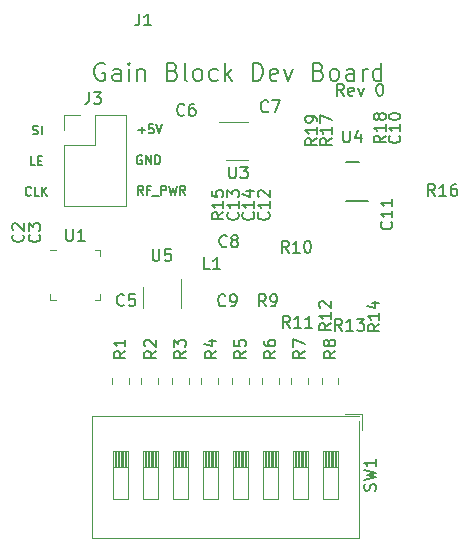
<source format=gto>
G04 #@! TF.GenerationSoftware,KiCad,Pcbnew,(5.0.2)-1*
G04 #@! TF.CreationDate,2019-01-06T11:55:21+11:00*
G04 #@! TF.ProjectId,Gain_Block_Dev_Rev_0,4761696e-5f42-46c6-9f63-6b5f4465765f,rev?*
G04 #@! TF.SameCoordinates,Original*
G04 #@! TF.FileFunction,Legend,Top*
G04 #@! TF.FilePolarity,Positive*
%FSLAX46Y46*%
G04 Gerber Fmt 4.6, Leading zero omitted, Abs format (unit mm)*
G04 Created by KiCad (PCBNEW (5.0.2)-1) date 6/01/2019 11:55:21*
%MOMM*%
%LPD*%
G01*
G04 APERTURE LIST*
%ADD10C,0.150000*%
%ADD11C,0.120000*%
%ADD12C,0.200000*%
G04 APERTURE END LIST*
D10*
X113153571Y-87567857D02*
X113117857Y-87603571D01*
X113010714Y-87639285D01*
X112939285Y-87639285D01*
X112832142Y-87603571D01*
X112760714Y-87532142D01*
X112725000Y-87460714D01*
X112689285Y-87317857D01*
X112689285Y-87210714D01*
X112725000Y-87067857D01*
X112760714Y-86996428D01*
X112832142Y-86925000D01*
X112939285Y-86889285D01*
X113010714Y-86889285D01*
X113117857Y-86925000D01*
X113153571Y-86960714D01*
X113832142Y-87639285D02*
X113475000Y-87639285D01*
X113475000Y-86889285D01*
X114082142Y-87639285D02*
X114082142Y-86889285D01*
X114510714Y-87639285D02*
X114189285Y-87210714D01*
X114510714Y-86889285D02*
X114082142Y-87317857D01*
X113492857Y-85039285D02*
X113135714Y-85039285D01*
X113135714Y-84289285D01*
X113742857Y-84646428D02*
X113992857Y-84646428D01*
X114100000Y-85039285D02*
X113742857Y-85039285D01*
X113742857Y-84289285D01*
X114100000Y-84289285D01*
X113307142Y-82403571D02*
X113414285Y-82439285D01*
X113592857Y-82439285D01*
X113664285Y-82403571D01*
X113700000Y-82367857D01*
X113735714Y-82296428D01*
X113735714Y-82225000D01*
X113700000Y-82153571D01*
X113664285Y-82117857D01*
X113592857Y-82082142D01*
X113450000Y-82046428D01*
X113378571Y-82010714D01*
X113342857Y-81975000D01*
X113307142Y-81903571D01*
X113307142Y-81832142D01*
X113342857Y-81760714D01*
X113378571Y-81725000D01*
X113450000Y-81689285D01*
X113628571Y-81689285D01*
X113735714Y-81725000D01*
X114057142Y-82439285D02*
X114057142Y-81689285D01*
X122646428Y-87539285D02*
X122396428Y-87182142D01*
X122217857Y-87539285D02*
X122217857Y-86789285D01*
X122503571Y-86789285D01*
X122575000Y-86825000D01*
X122610714Y-86860714D01*
X122646428Y-86932142D01*
X122646428Y-87039285D01*
X122610714Y-87110714D01*
X122575000Y-87146428D01*
X122503571Y-87182142D01*
X122217857Y-87182142D01*
X123217857Y-87146428D02*
X122967857Y-87146428D01*
X122967857Y-87539285D02*
X122967857Y-86789285D01*
X123325000Y-86789285D01*
X123432142Y-87610714D02*
X124003571Y-87610714D01*
X124182142Y-87539285D02*
X124182142Y-86789285D01*
X124467857Y-86789285D01*
X124539285Y-86825000D01*
X124575000Y-86860714D01*
X124610714Y-86932142D01*
X124610714Y-87039285D01*
X124575000Y-87110714D01*
X124539285Y-87146428D01*
X124467857Y-87182142D01*
X124182142Y-87182142D01*
X124860714Y-86789285D02*
X125039285Y-87539285D01*
X125182142Y-87003571D01*
X125325000Y-87539285D01*
X125503571Y-86789285D01*
X126217857Y-87539285D02*
X125967857Y-87182142D01*
X125789285Y-87539285D02*
X125789285Y-86789285D01*
X126075000Y-86789285D01*
X126146428Y-86825000D01*
X126182142Y-86860714D01*
X126217857Y-86932142D01*
X126217857Y-87039285D01*
X126182142Y-87110714D01*
X126146428Y-87146428D01*
X126075000Y-87182142D01*
X125789285Y-87182142D01*
X122528571Y-84225000D02*
X122457142Y-84189285D01*
X122350000Y-84189285D01*
X122242857Y-84225000D01*
X122171428Y-84296428D01*
X122135714Y-84367857D01*
X122100000Y-84510714D01*
X122100000Y-84617857D01*
X122135714Y-84760714D01*
X122171428Y-84832142D01*
X122242857Y-84903571D01*
X122350000Y-84939285D01*
X122421428Y-84939285D01*
X122528571Y-84903571D01*
X122564285Y-84867857D01*
X122564285Y-84617857D01*
X122421428Y-84617857D01*
X122885714Y-84939285D02*
X122885714Y-84189285D01*
X123314285Y-84939285D01*
X123314285Y-84189285D01*
X123671428Y-84939285D02*
X123671428Y-84189285D01*
X123850000Y-84189285D01*
X123957142Y-84225000D01*
X124028571Y-84296428D01*
X124064285Y-84367857D01*
X124100000Y-84510714D01*
X124100000Y-84617857D01*
X124064285Y-84760714D01*
X124028571Y-84832142D01*
X123957142Y-84903571D01*
X123850000Y-84939285D01*
X123671428Y-84939285D01*
X122235714Y-82053571D02*
X122807142Y-82053571D01*
X122521428Y-82339285D02*
X122521428Y-81767857D01*
X123521428Y-81589285D02*
X123164285Y-81589285D01*
X123128571Y-81946428D01*
X123164285Y-81910714D01*
X123235714Y-81875000D01*
X123414285Y-81875000D01*
X123485714Y-81910714D01*
X123521428Y-81946428D01*
X123557142Y-82017857D01*
X123557142Y-82196428D01*
X123521428Y-82267857D01*
X123485714Y-82303571D01*
X123414285Y-82339285D01*
X123235714Y-82339285D01*
X123164285Y-82303571D01*
X123128571Y-82267857D01*
X123771428Y-81589285D02*
X124021428Y-82339285D01*
X124271428Y-81589285D01*
D11*
G04 #@! TO.C,U1*
X118535000Y-92240000D02*
X119010000Y-92240000D01*
X119010000Y-92240000D02*
X119010000Y-92715000D01*
X115265000Y-96460000D02*
X114790000Y-96460000D01*
X114790000Y-96460000D02*
X114790000Y-95985000D01*
X118535000Y-96460000D02*
X119010000Y-96460000D01*
X119010000Y-96460000D02*
X119010000Y-95985000D01*
X115265000Y-92240000D02*
X114790000Y-92240000D01*
G04 #@! TO.C,R1*
X119990000Y-103558578D02*
X119990000Y-103041422D01*
X121410000Y-103558578D02*
X121410000Y-103041422D01*
G04 #@! TO.C,R2*
X123910000Y-103558578D02*
X123910000Y-103041422D01*
X122490000Y-103558578D02*
X122490000Y-103041422D01*
G04 #@! TO.C,R3*
X125090000Y-103558578D02*
X125090000Y-103041422D01*
X126510000Y-103558578D02*
X126510000Y-103041422D01*
G04 #@! TO.C,R4*
X129010000Y-103558578D02*
X129010000Y-103041422D01*
X127590000Y-103558578D02*
X127590000Y-103041422D01*
G04 #@! TO.C,R5*
X130190000Y-103558578D02*
X130190000Y-103041422D01*
X131610000Y-103558578D02*
X131610000Y-103041422D01*
G04 #@! TO.C,R6*
X134110000Y-103558578D02*
X134110000Y-103041422D01*
X132690000Y-103558578D02*
X132690000Y-103041422D01*
G04 #@! TO.C,R7*
X135190000Y-103558578D02*
X135190000Y-103041422D01*
X136610000Y-103558578D02*
X136610000Y-103041422D01*
G04 #@! TO.C,R8*
X139185000Y-103558578D02*
X139185000Y-103041422D01*
X137765000Y-103558578D02*
X137765000Y-103041422D01*
G04 #@! TO.C,SW1*
X140900000Y-106715000D02*
X140900000Y-116615000D01*
X118279000Y-106315000D02*
X118280000Y-116605000D01*
X140900000Y-106315000D02*
X118279000Y-106315000D01*
X140900000Y-116615000D02*
X118279000Y-116615000D01*
X141140000Y-106075000D02*
X141140000Y-107459000D01*
X141140000Y-106075000D02*
X139757000Y-106075000D01*
X139115000Y-109235000D02*
X137845000Y-109235000D01*
X137845000Y-109235000D02*
X137845000Y-113295000D01*
X137845000Y-113295000D02*
X139115000Y-113295000D01*
X139115000Y-113295000D02*
X139115000Y-109235000D01*
X138995000Y-109235000D02*
X138995000Y-110588333D01*
X138875000Y-109235000D02*
X138875000Y-110588333D01*
X138755000Y-109235000D02*
X138755000Y-110588333D01*
X138635000Y-109235000D02*
X138635000Y-110588333D01*
X138515000Y-109235000D02*
X138515000Y-110588333D01*
X138395000Y-109235000D02*
X138395000Y-110588333D01*
X138275000Y-109235000D02*
X138275000Y-110588333D01*
X138155000Y-109235000D02*
X138155000Y-110588333D01*
X138035000Y-109235000D02*
X138035000Y-110588333D01*
X137915000Y-109235000D02*
X137915000Y-110588333D01*
X139115000Y-110588333D02*
X137845000Y-110588333D01*
X136575000Y-109235000D02*
X135305000Y-109235000D01*
X135305000Y-109235000D02*
X135305000Y-113295000D01*
X135305000Y-113295000D02*
X136575000Y-113295000D01*
X136575000Y-113295000D02*
X136575000Y-109235000D01*
X136455000Y-109235000D02*
X136455000Y-110588333D01*
X136335000Y-109235000D02*
X136335000Y-110588333D01*
X136215000Y-109235000D02*
X136215000Y-110588333D01*
X136095000Y-109235000D02*
X136095000Y-110588333D01*
X135975000Y-109235000D02*
X135975000Y-110588333D01*
X135855000Y-109235000D02*
X135855000Y-110588333D01*
X135735000Y-109235000D02*
X135735000Y-110588333D01*
X135615000Y-109235000D02*
X135615000Y-110588333D01*
X135495000Y-109235000D02*
X135495000Y-110588333D01*
X135375000Y-109235000D02*
X135375000Y-110588333D01*
X136575000Y-110588333D02*
X135305000Y-110588333D01*
X134035000Y-109235000D02*
X132765000Y-109235000D01*
X132765000Y-109235000D02*
X132765000Y-113295000D01*
X132765000Y-113295000D02*
X134035000Y-113295000D01*
X134035000Y-113295000D02*
X134035000Y-109235000D01*
X133915000Y-109235000D02*
X133915000Y-110588333D01*
X133795000Y-109235000D02*
X133795000Y-110588333D01*
X133675000Y-109235000D02*
X133675000Y-110588333D01*
X133555000Y-109235000D02*
X133555000Y-110588333D01*
X133435000Y-109235000D02*
X133435000Y-110588333D01*
X133315000Y-109235000D02*
X133315000Y-110588333D01*
X133195000Y-109235000D02*
X133195000Y-110588333D01*
X133075000Y-109235000D02*
X133075000Y-110588333D01*
X132955000Y-109235000D02*
X132955000Y-110588333D01*
X132835000Y-109235000D02*
X132835000Y-110588333D01*
X134035000Y-110588333D02*
X132765000Y-110588333D01*
X131495000Y-109235000D02*
X130225000Y-109235000D01*
X130225000Y-109235000D02*
X130225000Y-113295000D01*
X130225000Y-113295000D02*
X131495000Y-113295000D01*
X131495000Y-113295000D02*
X131495000Y-109235000D01*
X131375000Y-109235000D02*
X131375000Y-110588333D01*
X131255000Y-109235000D02*
X131255000Y-110588333D01*
X131135000Y-109235000D02*
X131135000Y-110588333D01*
X131015000Y-109235000D02*
X131015000Y-110588333D01*
X130895000Y-109235000D02*
X130895000Y-110588333D01*
X130775000Y-109235000D02*
X130775000Y-110588333D01*
X130655000Y-109235000D02*
X130655000Y-110588333D01*
X130535000Y-109235000D02*
X130535000Y-110588333D01*
X130415000Y-109235000D02*
X130415000Y-110588333D01*
X130295000Y-109235000D02*
X130295000Y-110588333D01*
X131495000Y-110588333D02*
X130225000Y-110588333D01*
X128955000Y-109235000D02*
X127685000Y-109235000D01*
X127685000Y-109235000D02*
X127685000Y-113295000D01*
X127685000Y-113295000D02*
X128955000Y-113295000D01*
X128955000Y-113295000D02*
X128955000Y-109235000D01*
X128835000Y-109235000D02*
X128835000Y-110588333D01*
X128715000Y-109235000D02*
X128715000Y-110588333D01*
X128595000Y-109235000D02*
X128595000Y-110588333D01*
X128475000Y-109235000D02*
X128475000Y-110588333D01*
X128355000Y-109235000D02*
X128355000Y-110588333D01*
X128235000Y-109235000D02*
X128235000Y-110588333D01*
X128115000Y-109235000D02*
X128115000Y-110588333D01*
X127995000Y-109235000D02*
X127995000Y-110588333D01*
X127875000Y-109235000D02*
X127875000Y-110588333D01*
X127755000Y-109235000D02*
X127755000Y-110588333D01*
X128955000Y-110588333D02*
X127685000Y-110588333D01*
X126415000Y-109235000D02*
X125145000Y-109235000D01*
X125145000Y-109235000D02*
X125145000Y-113295000D01*
X125145000Y-113295000D02*
X126415000Y-113295000D01*
X126415000Y-113295000D02*
X126415000Y-109235000D01*
X126295000Y-109235000D02*
X126295000Y-110588333D01*
X126175000Y-109235000D02*
X126175000Y-110588333D01*
X126055000Y-109235000D02*
X126055000Y-110588333D01*
X125935000Y-109235000D02*
X125935000Y-110588333D01*
X125815000Y-109235000D02*
X125815000Y-110588333D01*
X125695000Y-109235000D02*
X125695000Y-110588333D01*
X125575000Y-109235000D02*
X125575000Y-110588333D01*
X125455000Y-109235000D02*
X125455000Y-110588333D01*
X125335000Y-109235000D02*
X125335000Y-110588333D01*
X125215000Y-109235000D02*
X125215000Y-110588333D01*
X126415000Y-110588333D02*
X125145000Y-110588333D01*
X123875000Y-109235000D02*
X122605000Y-109235000D01*
X122605000Y-109235000D02*
X122605000Y-113295000D01*
X122605000Y-113295000D02*
X123875000Y-113295000D01*
X123875000Y-113295000D02*
X123875000Y-109235000D01*
X123755000Y-109235000D02*
X123755000Y-110588333D01*
X123635000Y-109235000D02*
X123635000Y-110588333D01*
X123515000Y-109235000D02*
X123515000Y-110588333D01*
X123395000Y-109235000D02*
X123395000Y-110588333D01*
X123275000Y-109235000D02*
X123275000Y-110588333D01*
X123155000Y-109235000D02*
X123155000Y-110588333D01*
X123035000Y-109235000D02*
X123035000Y-110588333D01*
X122915000Y-109235000D02*
X122915000Y-110588333D01*
X122795000Y-109235000D02*
X122795000Y-110588333D01*
X122675000Y-109235000D02*
X122675000Y-110588333D01*
X123875000Y-110588333D02*
X122605000Y-110588333D01*
X121335000Y-109235000D02*
X120065000Y-109235000D01*
X120065000Y-109235000D02*
X120065000Y-113295000D01*
X120065000Y-113295000D02*
X121335000Y-113295000D01*
X121335000Y-113295000D02*
X121335000Y-109235000D01*
X121215000Y-109235000D02*
X121215000Y-110588333D01*
X121095000Y-109235000D02*
X121095000Y-110588333D01*
X120975000Y-109235000D02*
X120975000Y-110588333D01*
X120855000Y-109235000D02*
X120855000Y-110588333D01*
X120735000Y-109235000D02*
X120735000Y-110588333D01*
X120615000Y-109235000D02*
X120615000Y-110588333D01*
X120495000Y-109235000D02*
X120495000Y-110588333D01*
X120375000Y-109235000D02*
X120375000Y-110588333D01*
X120255000Y-109235000D02*
X120255000Y-110588333D01*
X120135000Y-109235000D02*
X120135000Y-110588333D01*
X121335000Y-110588333D02*
X120065000Y-110588333D01*
G04 #@! TO.C,U3*
X129700000Y-84610000D02*
X131500000Y-84610000D01*
X131500000Y-81390000D02*
X129050000Y-81390000D01*
D10*
G04 #@! TO.C,U4*
X140950000Y-84800000D02*
X139800000Y-84800000D01*
X141725000Y-88050000D02*
X139800000Y-88050000D01*
D11*
G04 #@! TO.C,J3*
X115970000Y-88510000D02*
X121170000Y-88510000D01*
X115970000Y-83370000D02*
X115970000Y-88510000D01*
X121170000Y-80770000D02*
X121170000Y-88510000D01*
X115970000Y-83370000D02*
X118570000Y-83370000D01*
X118570000Y-83370000D02*
X118570000Y-80770000D01*
X118570000Y-80770000D02*
X121170000Y-80770000D01*
X115970000Y-82100000D02*
X115970000Y-80770000D01*
X115970000Y-80770000D02*
X117300000Y-80770000D01*
G04 #@! TO.C,U5*
X122615000Y-95325000D02*
X122615000Y-97125000D01*
X125835000Y-97125000D02*
X125835000Y-94675000D01*
G04 #@! TO.C,U1*
D10*
X116138095Y-90452380D02*
X116138095Y-91261904D01*
X116185714Y-91357142D01*
X116233333Y-91404761D01*
X116328571Y-91452380D01*
X116519047Y-91452380D01*
X116614285Y-91404761D01*
X116661904Y-91357142D01*
X116709523Y-91261904D01*
X116709523Y-90452380D01*
X117709523Y-91452380D02*
X117138095Y-91452380D01*
X117423809Y-91452380D02*
X117423809Y-90452380D01*
X117328571Y-90595238D01*
X117233333Y-90690476D01*
X117138095Y-90738095D01*
G04 #@! TO.C,C2*
X112457142Y-90916666D02*
X112504761Y-90964285D01*
X112552380Y-91107142D01*
X112552380Y-91202380D01*
X112504761Y-91345238D01*
X112409523Y-91440476D01*
X112314285Y-91488095D01*
X112123809Y-91535714D01*
X111980952Y-91535714D01*
X111790476Y-91488095D01*
X111695238Y-91440476D01*
X111600000Y-91345238D01*
X111552380Y-91202380D01*
X111552380Y-91107142D01*
X111600000Y-90964285D01*
X111647619Y-90916666D01*
X111647619Y-90535714D02*
X111600000Y-90488095D01*
X111552380Y-90392857D01*
X111552380Y-90154761D01*
X111600000Y-90059523D01*
X111647619Y-90011904D01*
X111742857Y-89964285D01*
X111838095Y-89964285D01*
X111980952Y-90011904D01*
X112552380Y-90583333D01*
X112552380Y-89964285D01*
G04 #@! TO.C,C3*
X113857142Y-90916666D02*
X113904761Y-90964285D01*
X113952380Y-91107142D01*
X113952380Y-91202380D01*
X113904761Y-91345238D01*
X113809523Y-91440476D01*
X113714285Y-91488095D01*
X113523809Y-91535714D01*
X113380952Y-91535714D01*
X113190476Y-91488095D01*
X113095238Y-91440476D01*
X113000000Y-91345238D01*
X112952380Y-91202380D01*
X112952380Y-91107142D01*
X113000000Y-90964285D01*
X113047619Y-90916666D01*
X112952380Y-90583333D02*
X112952380Y-89964285D01*
X113333333Y-90297619D01*
X113333333Y-90154761D01*
X113380952Y-90059523D01*
X113428571Y-90011904D01*
X113523809Y-89964285D01*
X113761904Y-89964285D01*
X113857142Y-90011904D01*
X113904761Y-90059523D01*
X113952380Y-90154761D01*
X113952380Y-90440476D01*
X113904761Y-90535714D01*
X113857142Y-90583333D01*
G04 #@! TO.C,C5*
X121033333Y-96857142D02*
X120985714Y-96904761D01*
X120842857Y-96952380D01*
X120747619Y-96952380D01*
X120604761Y-96904761D01*
X120509523Y-96809523D01*
X120461904Y-96714285D01*
X120414285Y-96523809D01*
X120414285Y-96380952D01*
X120461904Y-96190476D01*
X120509523Y-96095238D01*
X120604761Y-96000000D01*
X120747619Y-95952380D01*
X120842857Y-95952380D01*
X120985714Y-96000000D01*
X121033333Y-96047619D01*
X121938095Y-95952380D02*
X121461904Y-95952380D01*
X121414285Y-96428571D01*
X121461904Y-96380952D01*
X121557142Y-96333333D01*
X121795238Y-96333333D01*
X121890476Y-96380952D01*
X121938095Y-96428571D01*
X121985714Y-96523809D01*
X121985714Y-96761904D01*
X121938095Y-96857142D01*
X121890476Y-96904761D01*
X121795238Y-96952380D01*
X121557142Y-96952380D01*
X121461904Y-96904761D01*
X121414285Y-96857142D01*
G04 #@! TO.C,C6*
X126133333Y-80757142D02*
X126085714Y-80804761D01*
X125942857Y-80852380D01*
X125847619Y-80852380D01*
X125704761Y-80804761D01*
X125609523Y-80709523D01*
X125561904Y-80614285D01*
X125514285Y-80423809D01*
X125514285Y-80280952D01*
X125561904Y-80090476D01*
X125609523Y-79995238D01*
X125704761Y-79900000D01*
X125847619Y-79852380D01*
X125942857Y-79852380D01*
X126085714Y-79900000D01*
X126133333Y-79947619D01*
X126990476Y-79852380D02*
X126800000Y-79852380D01*
X126704761Y-79900000D01*
X126657142Y-79947619D01*
X126561904Y-80090476D01*
X126514285Y-80280952D01*
X126514285Y-80661904D01*
X126561904Y-80757142D01*
X126609523Y-80804761D01*
X126704761Y-80852380D01*
X126895238Y-80852380D01*
X126990476Y-80804761D01*
X127038095Y-80757142D01*
X127085714Y-80661904D01*
X127085714Y-80423809D01*
X127038095Y-80328571D01*
X126990476Y-80280952D01*
X126895238Y-80233333D01*
X126704761Y-80233333D01*
X126609523Y-80280952D01*
X126561904Y-80328571D01*
X126514285Y-80423809D01*
G04 #@! TO.C,C7*
X133233333Y-80457142D02*
X133185714Y-80504761D01*
X133042857Y-80552380D01*
X132947619Y-80552380D01*
X132804761Y-80504761D01*
X132709523Y-80409523D01*
X132661904Y-80314285D01*
X132614285Y-80123809D01*
X132614285Y-79980952D01*
X132661904Y-79790476D01*
X132709523Y-79695238D01*
X132804761Y-79600000D01*
X132947619Y-79552380D01*
X133042857Y-79552380D01*
X133185714Y-79600000D01*
X133233333Y-79647619D01*
X133566666Y-79552380D02*
X134233333Y-79552380D01*
X133804761Y-80552380D01*
G04 #@! TO.C,C8*
X129733333Y-91882142D02*
X129685714Y-91929761D01*
X129542857Y-91977380D01*
X129447619Y-91977380D01*
X129304761Y-91929761D01*
X129209523Y-91834523D01*
X129161904Y-91739285D01*
X129114285Y-91548809D01*
X129114285Y-91405952D01*
X129161904Y-91215476D01*
X129209523Y-91120238D01*
X129304761Y-91025000D01*
X129447619Y-90977380D01*
X129542857Y-90977380D01*
X129685714Y-91025000D01*
X129733333Y-91072619D01*
X130304761Y-91405952D02*
X130209523Y-91358333D01*
X130161904Y-91310714D01*
X130114285Y-91215476D01*
X130114285Y-91167857D01*
X130161904Y-91072619D01*
X130209523Y-91025000D01*
X130304761Y-90977380D01*
X130495238Y-90977380D01*
X130590476Y-91025000D01*
X130638095Y-91072619D01*
X130685714Y-91167857D01*
X130685714Y-91215476D01*
X130638095Y-91310714D01*
X130590476Y-91358333D01*
X130495238Y-91405952D01*
X130304761Y-91405952D01*
X130209523Y-91453571D01*
X130161904Y-91501190D01*
X130114285Y-91596428D01*
X130114285Y-91786904D01*
X130161904Y-91882142D01*
X130209523Y-91929761D01*
X130304761Y-91977380D01*
X130495238Y-91977380D01*
X130590476Y-91929761D01*
X130638095Y-91882142D01*
X130685714Y-91786904D01*
X130685714Y-91596428D01*
X130638095Y-91501190D01*
X130590476Y-91453571D01*
X130495238Y-91405952D01*
G04 #@! TO.C,C9*
X129608333Y-96882142D02*
X129560714Y-96929761D01*
X129417857Y-96977380D01*
X129322619Y-96977380D01*
X129179761Y-96929761D01*
X129084523Y-96834523D01*
X129036904Y-96739285D01*
X128989285Y-96548809D01*
X128989285Y-96405952D01*
X129036904Y-96215476D01*
X129084523Y-96120238D01*
X129179761Y-96025000D01*
X129322619Y-95977380D01*
X129417857Y-95977380D01*
X129560714Y-96025000D01*
X129608333Y-96072619D01*
X130084523Y-96977380D02*
X130275000Y-96977380D01*
X130370238Y-96929761D01*
X130417857Y-96882142D01*
X130513095Y-96739285D01*
X130560714Y-96548809D01*
X130560714Y-96167857D01*
X130513095Y-96072619D01*
X130465476Y-96025000D01*
X130370238Y-95977380D01*
X130179761Y-95977380D01*
X130084523Y-96025000D01*
X130036904Y-96072619D01*
X129989285Y-96167857D01*
X129989285Y-96405952D01*
X130036904Y-96501190D01*
X130084523Y-96548809D01*
X130179761Y-96596428D01*
X130370238Y-96596428D01*
X130465476Y-96548809D01*
X130513095Y-96501190D01*
X130560714Y-96405952D01*
G04 #@! TO.C,C10*
X144332142Y-82542857D02*
X144379761Y-82590476D01*
X144427380Y-82733333D01*
X144427380Y-82828571D01*
X144379761Y-82971428D01*
X144284523Y-83066666D01*
X144189285Y-83114285D01*
X143998809Y-83161904D01*
X143855952Y-83161904D01*
X143665476Y-83114285D01*
X143570238Y-83066666D01*
X143475000Y-82971428D01*
X143427380Y-82828571D01*
X143427380Y-82733333D01*
X143475000Y-82590476D01*
X143522619Y-82542857D01*
X144427380Y-81590476D02*
X144427380Y-82161904D01*
X144427380Y-81876190D02*
X143427380Y-81876190D01*
X143570238Y-81971428D01*
X143665476Y-82066666D01*
X143713095Y-82161904D01*
X143427380Y-80971428D02*
X143427380Y-80876190D01*
X143475000Y-80780952D01*
X143522619Y-80733333D01*
X143617857Y-80685714D01*
X143808333Y-80638095D01*
X144046428Y-80638095D01*
X144236904Y-80685714D01*
X144332142Y-80733333D01*
X144379761Y-80780952D01*
X144427380Y-80876190D01*
X144427380Y-80971428D01*
X144379761Y-81066666D01*
X144332142Y-81114285D01*
X144236904Y-81161904D01*
X144046428Y-81209523D01*
X143808333Y-81209523D01*
X143617857Y-81161904D01*
X143522619Y-81114285D01*
X143475000Y-81066666D01*
X143427380Y-80971428D01*
G04 #@! TO.C,C11*
X143657142Y-89842857D02*
X143704761Y-89890476D01*
X143752380Y-90033333D01*
X143752380Y-90128571D01*
X143704761Y-90271428D01*
X143609523Y-90366666D01*
X143514285Y-90414285D01*
X143323809Y-90461904D01*
X143180952Y-90461904D01*
X142990476Y-90414285D01*
X142895238Y-90366666D01*
X142800000Y-90271428D01*
X142752380Y-90128571D01*
X142752380Y-90033333D01*
X142800000Y-89890476D01*
X142847619Y-89842857D01*
X143752380Y-88890476D02*
X143752380Y-89461904D01*
X143752380Y-89176190D02*
X142752380Y-89176190D01*
X142895238Y-89271428D01*
X142990476Y-89366666D01*
X143038095Y-89461904D01*
X143752380Y-87938095D02*
X143752380Y-88509523D01*
X143752380Y-88223809D02*
X142752380Y-88223809D01*
X142895238Y-88319047D01*
X142990476Y-88414285D01*
X143038095Y-88509523D01*
G04 #@! TO.C,C12*
X133257142Y-89042857D02*
X133304761Y-89090476D01*
X133352380Y-89233333D01*
X133352380Y-89328571D01*
X133304761Y-89471428D01*
X133209523Y-89566666D01*
X133114285Y-89614285D01*
X132923809Y-89661904D01*
X132780952Y-89661904D01*
X132590476Y-89614285D01*
X132495238Y-89566666D01*
X132400000Y-89471428D01*
X132352380Y-89328571D01*
X132352380Y-89233333D01*
X132400000Y-89090476D01*
X132447619Y-89042857D01*
X133352380Y-88090476D02*
X133352380Y-88661904D01*
X133352380Y-88376190D02*
X132352380Y-88376190D01*
X132495238Y-88471428D01*
X132590476Y-88566666D01*
X132638095Y-88661904D01*
X132447619Y-87709523D02*
X132400000Y-87661904D01*
X132352380Y-87566666D01*
X132352380Y-87328571D01*
X132400000Y-87233333D01*
X132447619Y-87185714D01*
X132542857Y-87138095D01*
X132638095Y-87138095D01*
X132780952Y-87185714D01*
X133352380Y-87757142D01*
X133352380Y-87138095D01*
G04 #@! TO.C,J1*
X122316666Y-72202380D02*
X122316666Y-72916666D01*
X122269047Y-73059523D01*
X122173809Y-73154761D01*
X122030952Y-73202380D01*
X121935714Y-73202380D01*
X123316666Y-73202380D02*
X122745238Y-73202380D01*
X123030952Y-73202380D02*
X123030952Y-72202380D01*
X122935714Y-72345238D01*
X122840476Y-72440476D01*
X122745238Y-72488095D01*
G04 #@! TO.C,L1*
X128308333Y-93827380D02*
X127832142Y-93827380D01*
X127832142Y-92827380D01*
X129165476Y-93827380D02*
X128594047Y-93827380D01*
X128879761Y-93827380D02*
X128879761Y-92827380D01*
X128784523Y-92970238D01*
X128689285Y-93065476D01*
X128594047Y-93113095D01*
G04 #@! TO.C,R1*
X121152380Y-100766666D02*
X120676190Y-101100000D01*
X121152380Y-101338095D02*
X120152380Y-101338095D01*
X120152380Y-100957142D01*
X120200000Y-100861904D01*
X120247619Y-100814285D01*
X120342857Y-100766666D01*
X120485714Y-100766666D01*
X120580952Y-100814285D01*
X120628571Y-100861904D01*
X120676190Y-100957142D01*
X120676190Y-101338095D01*
X121152380Y-99814285D02*
X121152380Y-100385714D01*
X121152380Y-100100000D02*
X120152380Y-100100000D01*
X120295238Y-100195238D01*
X120390476Y-100290476D01*
X120438095Y-100385714D01*
G04 #@! TO.C,R2*
X123752380Y-100766666D02*
X123276190Y-101100000D01*
X123752380Y-101338095D02*
X122752380Y-101338095D01*
X122752380Y-100957142D01*
X122800000Y-100861904D01*
X122847619Y-100814285D01*
X122942857Y-100766666D01*
X123085714Y-100766666D01*
X123180952Y-100814285D01*
X123228571Y-100861904D01*
X123276190Y-100957142D01*
X123276190Y-101338095D01*
X122847619Y-100385714D02*
X122800000Y-100338095D01*
X122752380Y-100242857D01*
X122752380Y-100004761D01*
X122800000Y-99909523D01*
X122847619Y-99861904D01*
X122942857Y-99814285D01*
X123038095Y-99814285D01*
X123180952Y-99861904D01*
X123752380Y-100433333D01*
X123752380Y-99814285D01*
G04 #@! TO.C,R3*
X126252380Y-100766666D02*
X125776190Y-101100000D01*
X126252380Y-101338095D02*
X125252380Y-101338095D01*
X125252380Y-100957142D01*
X125300000Y-100861904D01*
X125347619Y-100814285D01*
X125442857Y-100766666D01*
X125585714Y-100766666D01*
X125680952Y-100814285D01*
X125728571Y-100861904D01*
X125776190Y-100957142D01*
X125776190Y-101338095D01*
X125252380Y-100433333D02*
X125252380Y-99814285D01*
X125633333Y-100147619D01*
X125633333Y-100004761D01*
X125680952Y-99909523D01*
X125728571Y-99861904D01*
X125823809Y-99814285D01*
X126061904Y-99814285D01*
X126157142Y-99861904D01*
X126204761Y-99909523D01*
X126252380Y-100004761D01*
X126252380Y-100290476D01*
X126204761Y-100385714D01*
X126157142Y-100433333D01*
G04 #@! TO.C,R4*
X128852380Y-100766666D02*
X128376190Y-101100000D01*
X128852380Y-101338095D02*
X127852380Y-101338095D01*
X127852380Y-100957142D01*
X127900000Y-100861904D01*
X127947619Y-100814285D01*
X128042857Y-100766666D01*
X128185714Y-100766666D01*
X128280952Y-100814285D01*
X128328571Y-100861904D01*
X128376190Y-100957142D01*
X128376190Y-101338095D01*
X128185714Y-99909523D02*
X128852380Y-99909523D01*
X127804761Y-100147619D02*
X128519047Y-100385714D01*
X128519047Y-99766666D01*
G04 #@! TO.C,R5*
X131352380Y-100766666D02*
X130876190Y-101100000D01*
X131352380Y-101338095D02*
X130352380Y-101338095D01*
X130352380Y-100957142D01*
X130400000Y-100861904D01*
X130447619Y-100814285D01*
X130542857Y-100766666D01*
X130685714Y-100766666D01*
X130780952Y-100814285D01*
X130828571Y-100861904D01*
X130876190Y-100957142D01*
X130876190Y-101338095D01*
X130352380Y-99861904D02*
X130352380Y-100338095D01*
X130828571Y-100385714D01*
X130780952Y-100338095D01*
X130733333Y-100242857D01*
X130733333Y-100004761D01*
X130780952Y-99909523D01*
X130828571Y-99861904D01*
X130923809Y-99814285D01*
X131161904Y-99814285D01*
X131257142Y-99861904D01*
X131304761Y-99909523D01*
X131352380Y-100004761D01*
X131352380Y-100242857D01*
X131304761Y-100338095D01*
X131257142Y-100385714D01*
G04 #@! TO.C,R6*
X133852380Y-100766666D02*
X133376190Y-101100000D01*
X133852380Y-101338095D02*
X132852380Y-101338095D01*
X132852380Y-100957142D01*
X132900000Y-100861904D01*
X132947619Y-100814285D01*
X133042857Y-100766666D01*
X133185714Y-100766666D01*
X133280952Y-100814285D01*
X133328571Y-100861904D01*
X133376190Y-100957142D01*
X133376190Y-101338095D01*
X132852380Y-99909523D02*
X132852380Y-100100000D01*
X132900000Y-100195238D01*
X132947619Y-100242857D01*
X133090476Y-100338095D01*
X133280952Y-100385714D01*
X133661904Y-100385714D01*
X133757142Y-100338095D01*
X133804761Y-100290476D01*
X133852380Y-100195238D01*
X133852380Y-100004761D01*
X133804761Y-99909523D01*
X133757142Y-99861904D01*
X133661904Y-99814285D01*
X133423809Y-99814285D01*
X133328571Y-99861904D01*
X133280952Y-99909523D01*
X133233333Y-100004761D01*
X133233333Y-100195238D01*
X133280952Y-100290476D01*
X133328571Y-100338095D01*
X133423809Y-100385714D01*
G04 #@! TO.C,R7*
X136352380Y-100766666D02*
X135876190Y-101100000D01*
X136352380Y-101338095D02*
X135352380Y-101338095D01*
X135352380Y-100957142D01*
X135400000Y-100861904D01*
X135447619Y-100814285D01*
X135542857Y-100766666D01*
X135685714Y-100766666D01*
X135780952Y-100814285D01*
X135828571Y-100861904D01*
X135876190Y-100957142D01*
X135876190Y-101338095D01*
X135352380Y-100433333D02*
X135352380Y-99766666D01*
X136352380Y-100195238D01*
G04 #@! TO.C,R8*
X138927380Y-100766666D02*
X138451190Y-101100000D01*
X138927380Y-101338095D02*
X137927380Y-101338095D01*
X137927380Y-100957142D01*
X137975000Y-100861904D01*
X138022619Y-100814285D01*
X138117857Y-100766666D01*
X138260714Y-100766666D01*
X138355952Y-100814285D01*
X138403571Y-100861904D01*
X138451190Y-100957142D01*
X138451190Y-101338095D01*
X138355952Y-100195238D02*
X138308333Y-100290476D01*
X138260714Y-100338095D01*
X138165476Y-100385714D01*
X138117857Y-100385714D01*
X138022619Y-100338095D01*
X137975000Y-100290476D01*
X137927380Y-100195238D01*
X137927380Y-100004761D01*
X137975000Y-99909523D01*
X138022619Y-99861904D01*
X138117857Y-99814285D01*
X138165476Y-99814285D01*
X138260714Y-99861904D01*
X138308333Y-99909523D01*
X138355952Y-100004761D01*
X138355952Y-100195238D01*
X138403571Y-100290476D01*
X138451190Y-100338095D01*
X138546428Y-100385714D01*
X138736904Y-100385714D01*
X138832142Y-100338095D01*
X138879761Y-100290476D01*
X138927380Y-100195238D01*
X138927380Y-100004761D01*
X138879761Y-99909523D01*
X138832142Y-99861904D01*
X138736904Y-99814285D01*
X138546428Y-99814285D01*
X138451190Y-99861904D01*
X138403571Y-99909523D01*
X138355952Y-100004761D01*
G04 #@! TO.C,R9*
X133033333Y-96977380D02*
X132700000Y-96501190D01*
X132461904Y-96977380D02*
X132461904Y-95977380D01*
X132842857Y-95977380D01*
X132938095Y-96025000D01*
X132985714Y-96072619D01*
X133033333Y-96167857D01*
X133033333Y-96310714D01*
X132985714Y-96405952D01*
X132938095Y-96453571D01*
X132842857Y-96501190D01*
X132461904Y-96501190D01*
X133509523Y-96977380D02*
X133700000Y-96977380D01*
X133795238Y-96929761D01*
X133842857Y-96882142D01*
X133938095Y-96739285D01*
X133985714Y-96548809D01*
X133985714Y-96167857D01*
X133938095Y-96072619D01*
X133890476Y-96025000D01*
X133795238Y-95977380D01*
X133604761Y-95977380D01*
X133509523Y-96025000D01*
X133461904Y-96072619D01*
X133414285Y-96167857D01*
X133414285Y-96405952D01*
X133461904Y-96501190D01*
X133509523Y-96548809D01*
X133604761Y-96596428D01*
X133795238Y-96596428D01*
X133890476Y-96548809D01*
X133938095Y-96501190D01*
X133985714Y-96405952D01*
G04 #@! TO.C,R10*
X134957142Y-92452380D02*
X134623809Y-91976190D01*
X134385714Y-92452380D02*
X134385714Y-91452380D01*
X134766666Y-91452380D01*
X134861904Y-91500000D01*
X134909523Y-91547619D01*
X134957142Y-91642857D01*
X134957142Y-91785714D01*
X134909523Y-91880952D01*
X134861904Y-91928571D01*
X134766666Y-91976190D01*
X134385714Y-91976190D01*
X135909523Y-92452380D02*
X135338095Y-92452380D01*
X135623809Y-92452380D02*
X135623809Y-91452380D01*
X135528571Y-91595238D01*
X135433333Y-91690476D01*
X135338095Y-91738095D01*
X136528571Y-91452380D02*
X136623809Y-91452380D01*
X136719047Y-91500000D01*
X136766666Y-91547619D01*
X136814285Y-91642857D01*
X136861904Y-91833333D01*
X136861904Y-92071428D01*
X136814285Y-92261904D01*
X136766666Y-92357142D01*
X136719047Y-92404761D01*
X136623809Y-92452380D01*
X136528571Y-92452380D01*
X136433333Y-92404761D01*
X136385714Y-92357142D01*
X136338095Y-92261904D01*
X136290476Y-92071428D01*
X136290476Y-91833333D01*
X136338095Y-91642857D01*
X136385714Y-91547619D01*
X136433333Y-91500000D01*
X136528571Y-91452380D01*
G04 #@! TO.C,R11*
X135057142Y-98802380D02*
X134723809Y-98326190D01*
X134485714Y-98802380D02*
X134485714Y-97802380D01*
X134866666Y-97802380D01*
X134961904Y-97850000D01*
X135009523Y-97897619D01*
X135057142Y-97992857D01*
X135057142Y-98135714D01*
X135009523Y-98230952D01*
X134961904Y-98278571D01*
X134866666Y-98326190D01*
X134485714Y-98326190D01*
X136009523Y-98802380D02*
X135438095Y-98802380D01*
X135723809Y-98802380D02*
X135723809Y-97802380D01*
X135628571Y-97945238D01*
X135533333Y-98040476D01*
X135438095Y-98088095D01*
X136961904Y-98802380D02*
X136390476Y-98802380D01*
X136676190Y-98802380D02*
X136676190Y-97802380D01*
X136580952Y-97945238D01*
X136485714Y-98040476D01*
X136390476Y-98088095D01*
G04 #@! TO.C,R12*
X138552380Y-98442857D02*
X138076190Y-98776190D01*
X138552380Y-99014285D02*
X137552380Y-99014285D01*
X137552380Y-98633333D01*
X137600000Y-98538095D01*
X137647619Y-98490476D01*
X137742857Y-98442857D01*
X137885714Y-98442857D01*
X137980952Y-98490476D01*
X138028571Y-98538095D01*
X138076190Y-98633333D01*
X138076190Y-99014285D01*
X138552380Y-97490476D02*
X138552380Y-98061904D01*
X138552380Y-97776190D02*
X137552380Y-97776190D01*
X137695238Y-97871428D01*
X137790476Y-97966666D01*
X137838095Y-98061904D01*
X137647619Y-97109523D02*
X137600000Y-97061904D01*
X137552380Y-96966666D01*
X137552380Y-96728571D01*
X137600000Y-96633333D01*
X137647619Y-96585714D01*
X137742857Y-96538095D01*
X137838095Y-96538095D01*
X137980952Y-96585714D01*
X138552380Y-97157142D01*
X138552380Y-96538095D01*
G04 #@! TO.C,R13*
X139457142Y-99052380D02*
X139123809Y-98576190D01*
X138885714Y-99052380D02*
X138885714Y-98052380D01*
X139266666Y-98052380D01*
X139361904Y-98100000D01*
X139409523Y-98147619D01*
X139457142Y-98242857D01*
X139457142Y-98385714D01*
X139409523Y-98480952D01*
X139361904Y-98528571D01*
X139266666Y-98576190D01*
X138885714Y-98576190D01*
X140409523Y-99052380D02*
X139838095Y-99052380D01*
X140123809Y-99052380D02*
X140123809Y-98052380D01*
X140028571Y-98195238D01*
X139933333Y-98290476D01*
X139838095Y-98338095D01*
X140742857Y-98052380D02*
X141361904Y-98052380D01*
X141028571Y-98433333D01*
X141171428Y-98433333D01*
X141266666Y-98480952D01*
X141314285Y-98528571D01*
X141361904Y-98623809D01*
X141361904Y-98861904D01*
X141314285Y-98957142D01*
X141266666Y-99004761D01*
X141171428Y-99052380D01*
X140885714Y-99052380D01*
X140790476Y-99004761D01*
X140742857Y-98957142D01*
G04 #@! TO.C,R14*
X142652380Y-98492857D02*
X142176190Y-98826190D01*
X142652380Y-99064285D02*
X141652380Y-99064285D01*
X141652380Y-98683333D01*
X141700000Y-98588095D01*
X141747619Y-98540476D01*
X141842857Y-98492857D01*
X141985714Y-98492857D01*
X142080952Y-98540476D01*
X142128571Y-98588095D01*
X142176190Y-98683333D01*
X142176190Y-99064285D01*
X142652380Y-97540476D02*
X142652380Y-98111904D01*
X142652380Y-97826190D02*
X141652380Y-97826190D01*
X141795238Y-97921428D01*
X141890476Y-98016666D01*
X141938095Y-98111904D01*
X141985714Y-96683333D02*
X142652380Y-96683333D01*
X141604761Y-96921428D02*
X142319047Y-97159523D01*
X142319047Y-96540476D01*
G04 #@! TO.C,R15*
X129452380Y-89042857D02*
X128976190Y-89376190D01*
X129452380Y-89614285D02*
X128452380Y-89614285D01*
X128452380Y-89233333D01*
X128500000Y-89138095D01*
X128547619Y-89090476D01*
X128642857Y-89042857D01*
X128785714Y-89042857D01*
X128880952Y-89090476D01*
X128928571Y-89138095D01*
X128976190Y-89233333D01*
X128976190Y-89614285D01*
X129452380Y-88090476D02*
X129452380Y-88661904D01*
X129452380Y-88376190D02*
X128452380Y-88376190D01*
X128595238Y-88471428D01*
X128690476Y-88566666D01*
X128738095Y-88661904D01*
X128452380Y-87185714D02*
X128452380Y-87661904D01*
X128928571Y-87709523D01*
X128880952Y-87661904D01*
X128833333Y-87566666D01*
X128833333Y-87328571D01*
X128880952Y-87233333D01*
X128928571Y-87185714D01*
X129023809Y-87138095D01*
X129261904Y-87138095D01*
X129357142Y-87185714D01*
X129404761Y-87233333D01*
X129452380Y-87328571D01*
X129452380Y-87566666D01*
X129404761Y-87661904D01*
X129357142Y-87709523D01*
G04 #@! TO.C,R16*
X147357142Y-87652380D02*
X147023809Y-87176190D01*
X146785714Y-87652380D02*
X146785714Y-86652380D01*
X147166666Y-86652380D01*
X147261904Y-86700000D01*
X147309523Y-86747619D01*
X147357142Y-86842857D01*
X147357142Y-86985714D01*
X147309523Y-87080952D01*
X147261904Y-87128571D01*
X147166666Y-87176190D01*
X146785714Y-87176190D01*
X148309523Y-87652380D02*
X147738095Y-87652380D01*
X148023809Y-87652380D02*
X148023809Y-86652380D01*
X147928571Y-86795238D01*
X147833333Y-86890476D01*
X147738095Y-86938095D01*
X149166666Y-86652380D02*
X148976190Y-86652380D01*
X148880952Y-86700000D01*
X148833333Y-86747619D01*
X148738095Y-86890476D01*
X148690476Y-87080952D01*
X148690476Y-87461904D01*
X148738095Y-87557142D01*
X148785714Y-87604761D01*
X148880952Y-87652380D01*
X149071428Y-87652380D01*
X149166666Y-87604761D01*
X149214285Y-87557142D01*
X149261904Y-87461904D01*
X149261904Y-87223809D01*
X149214285Y-87128571D01*
X149166666Y-87080952D01*
X149071428Y-87033333D01*
X148880952Y-87033333D01*
X148785714Y-87080952D01*
X148738095Y-87128571D01*
X148690476Y-87223809D01*
G04 #@! TO.C,R17*
X138602380Y-82742857D02*
X138126190Y-83076190D01*
X138602380Y-83314285D02*
X137602380Y-83314285D01*
X137602380Y-82933333D01*
X137650000Y-82838095D01*
X137697619Y-82790476D01*
X137792857Y-82742857D01*
X137935714Y-82742857D01*
X138030952Y-82790476D01*
X138078571Y-82838095D01*
X138126190Y-82933333D01*
X138126190Y-83314285D01*
X138602380Y-81790476D02*
X138602380Y-82361904D01*
X138602380Y-82076190D02*
X137602380Y-82076190D01*
X137745238Y-82171428D01*
X137840476Y-82266666D01*
X137888095Y-82361904D01*
X137602380Y-81457142D02*
X137602380Y-80790476D01*
X138602380Y-81219047D01*
G04 #@! TO.C,R18*
X143177380Y-82542857D02*
X142701190Y-82876190D01*
X143177380Y-83114285D02*
X142177380Y-83114285D01*
X142177380Y-82733333D01*
X142225000Y-82638095D01*
X142272619Y-82590476D01*
X142367857Y-82542857D01*
X142510714Y-82542857D01*
X142605952Y-82590476D01*
X142653571Y-82638095D01*
X142701190Y-82733333D01*
X142701190Y-83114285D01*
X143177380Y-81590476D02*
X143177380Y-82161904D01*
X143177380Y-81876190D02*
X142177380Y-81876190D01*
X142320238Y-81971428D01*
X142415476Y-82066666D01*
X142463095Y-82161904D01*
X142605952Y-81019047D02*
X142558333Y-81114285D01*
X142510714Y-81161904D01*
X142415476Y-81209523D01*
X142367857Y-81209523D01*
X142272619Y-81161904D01*
X142225000Y-81114285D01*
X142177380Y-81019047D01*
X142177380Y-80828571D01*
X142225000Y-80733333D01*
X142272619Y-80685714D01*
X142367857Y-80638095D01*
X142415476Y-80638095D01*
X142510714Y-80685714D01*
X142558333Y-80733333D01*
X142605952Y-80828571D01*
X142605952Y-81019047D01*
X142653571Y-81114285D01*
X142701190Y-81161904D01*
X142796428Y-81209523D01*
X142986904Y-81209523D01*
X143082142Y-81161904D01*
X143129761Y-81114285D01*
X143177380Y-81019047D01*
X143177380Y-80828571D01*
X143129761Y-80733333D01*
X143082142Y-80685714D01*
X142986904Y-80638095D01*
X142796428Y-80638095D01*
X142701190Y-80685714D01*
X142653571Y-80733333D01*
X142605952Y-80828571D01*
G04 #@! TO.C,R19*
X137377380Y-82767857D02*
X136901190Y-83101190D01*
X137377380Y-83339285D02*
X136377380Y-83339285D01*
X136377380Y-82958333D01*
X136425000Y-82863095D01*
X136472619Y-82815476D01*
X136567857Y-82767857D01*
X136710714Y-82767857D01*
X136805952Y-82815476D01*
X136853571Y-82863095D01*
X136901190Y-82958333D01*
X136901190Y-83339285D01*
X137377380Y-81815476D02*
X137377380Y-82386904D01*
X137377380Y-82101190D02*
X136377380Y-82101190D01*
X136520238Y-82196428D01*
X136615476Y-82291666D01*
X136663095Y-82386904D01*
X137377380Y-81339285D02*
X137377380Y-81148809D01*
X137329761Y-81053571D01*
X137282142Y-81005952D01*
X137139285Y-80910714D01*
X136948809Y-80863095D01*
X136567857Y-80863095D01*
X136472619Y-80910714D01*
X136425000Y-80958333D01*
X136377380Y-81053571D01*
X136377380Y-81244047D01*
X136425000Y-81339285D01*
X136472619Y-81386904D01*
X136567857Y-81434523D01*
X136805952Y-81434523D01*
X136901190Y-81386904D01*
X136948809Y-81339285D01*
X136996428Y-81244047D01*
X136996428Y-81053571D01*
X136948809Y-80958333D01*
X136901190Y-80910714D01*
X136805952Y-80863095D01*
G04 #@! TO.C,SW1*
X142304761Y-112598333D02*
X142352380Y-112455476D01*
X142352380Y-112217380D01*
X142304761Y-112122142D01*
X142257142Y-112074523D01*
X142161904Y-112026904D01*
X142066666Y-112026904D01*
X141971428Y-112074523D01*
X141923809Y-112122142D01*
X141876190Y-112217380D01*
X141828571Y-112407857D01*
X141780952Y-112503095D01*
X141733333Y-112550714D01*
X141638095Y-112598333D01*
X141542857Y-112598333D01*
X141447619Y-112550714D01*
X141400000Y-112503095D01*
X141352380Y-112407857D01*
X141352380Y-112169761D01*
X141400000Y-112026904D01*
X141352380Y-111693571D02*
X142352380Y-111455476D01*
X141638095Y-111265000D01*
X142352380Y-111074523D01*
X141352380Y-110836428D01*
X142352380Y-109931666D02*
X142352380Y-110503095D01*
X142352380Y-110217380D02*
X141352380Y-110217380D01*
X141495238Y-110312619D01*
X141590476Y-110407857D01*
X141638095Y-110503095D01*
G04 #@! TO.C,U3*
X129938095Y-85152380D02*
X129938095Y-85961904D01*
X129985714Y-86057142D01*
X130033333Y-86104761D01*
X130128571Y-86152380D01*
X130319047Y-86152380D01*
X130414285Y-86104761D01*
X130461904Y-86057142D01*
X130509523Y-85961904D01*
X130509523Y-85152380D01*
X130890476Y-85152380D02*
X131509523Y-85152380D01*
X131176190Y-85533333D01*
X131319047Y-85533333D01*
X131414285Y-85580952D01*
X131461904Y-85628571D01*
X131509523Y-85723809D01*
X131509523Y-85961904D01*
X131461904Y-86057142D01*
X131414285Y-86104761D01*
X131319047Y-86152380D01*
X131033333Y-86152380D01*
X130938095Y-86104761D01*
X130890476Y-86057142D01*
G04 #@! TO.C,U4*
X139588095Y-82102380D02*
X139588095Y-82911904D01*
X139635714Y-83007142D01*
X139683333Y-83054761D01*
X139778571Y-83102380D01*
X139969047Y-83102380D01*
X140064285Y-83054761D01*
X140111904Y-83007142D01*
X140159523Y-82911904D01*
X140159523Y-82102380D01*
X141064285Y-82435714D02*
X141064285Y-83102380D01*
X140826190Y-82054761D02*
X140588095Y-82769047D01*
X141207142Y-82769047D01*
G04 #@! TO.C,C13*
X130657142Y-89042857D02*
X130704761Y-89090476D01*
X130752380Y-89233333D01*
X130752380Y-89328571D01*
X130704761Y-89471428D01*
X130609523Y-89566666D01*
X130514285Y-89614285D01*
X130323809Y-89661904D01*
X130180952Y-89661904D01*
X129990476Y-89614285D01*
X129895238Y-89566666D01*
X129800000Y-89471428D01*
X129752380Y-89328571D01*
X129752380Y-89233333D01*
X129800000Y-89090476D01*
X129847619Y-89042857D01*
X130752380Y-88090476D02*
X130752380Y-88661904D01*
X130752380Y-88376190D02*
X129752380Y-88376190D01*
X129895238Y-88471428D01*
X129990476Y-88566666D01*
X130038095Y-88661904D01*
X129752380Y-87757142D02*
X129752380Y-87138095D01*
X130133333Y-87471428D01*
X130133333Y-87328571D01*
X130180952Y-87233333D01*
X130228571Y-87185714D01*
X130323809Y-87138095D01*
X130561904Y-87138095D01*
X130657142Y-87185714D01*
X130704761Y-87233333D01*
X130752380Y-87328571D01*
X130752380Y-87614285D01*
X130704761Y-87709523D01*
X130657142Y-87757142D01*
G04 #@! TO.C,C14*
X131957142Y-89042857D02*
X132004761Y-89090476D01*
X132052380Y-89233333D01*
X132052380Y-89328571D01*
X132004761Y-89471428D01*
X131909523Y-89566666D01*
X131814285Y-89614285D01*
X131623809Y-89661904D01*
X131480952Y-89661904D01*
X131290476Y-89614285D01*
X131195238Y-89566666D01*
X131100000Y-89471428D01*
X131052380Y-89328571D01*
X131052380Y-89233333D01*
X131100000Y-89090476D01*
X131147619Y-89042857D01*
X132052380Y-88090476D02*
X132052380Y-88661904D01*
X132052380Y-88376190D02*
X131052380Y-88376190D01*
X131195238Y-88471428D01*
X131290476Y-88566666D01*
X131338095Y-88661904D01*
X131385714Y-87233333D02*
X132052380Y-87233333D01*
X131004761Y-87471428D02*
X131719047Y-87709523D01*
X131719047Y-87090476D01*
G04 #@! TO.C,J3*
X118066666Y-78852380D02*
X118066666Y-79566666D01*
X118019047Y-79709523D01*
X117923809Y-79804761D01*
X117780952Y-79852380D01*
X117685714Y-79852380D01*
X118447619Y-78852380D02*
X119066666Y-78852380D01*
X118733333Y-79233333D01*
X118876190Y-79233333D01*
X118971428Y-79280952D01*
X119019047Y-79328571D01*
X119066666Y-79423809D01*
X119066666Y-79661904D01*
X119019047Y-79757142D01*
X118971428Y-79804761D01*
X118876190Y-79852380D01*
X118590476Y-79852380D01*
X118495238Y-79804761D01*
X118447619Y-79757142D01*
G04 #@! TO.C,U5*
X123463095Y-92152380D02*
X123463095Y-92961904D01*
X123510714Y-93057142D01*
X123558333Y-93104761D01*
X123653571Y-93152380D01*
X123844047Y-93152380D01*
X123939285Y-93104761D01*
X123986904Y-93057142D01*
X124034523Y-92961904D01*
X124034523Y-92152380D01*
X124986904Y-92152380D02*
X124510714Y-92152380D01*
X124463095Y-92628571D01*
X124510714Y-92580952D01*
X124605952Y-92533333D01*
X124844047Y-92533333D01*
X124939285Y-92580952D01*
X124986904Y-92628571D01*
X125034523Y-92723809D01*
X125034523Y-92961904D01*
X124986904Y-93057142D01*
X124939285Y-93104761D01*
X124844047Y-93152380D01*
X124605952Y-93152380D01*
X124510714Y-93104761D01*
X124463095Y-93057142D01*
G04 #@! TO.C,REF\002A\002A*
X139642857Y-79152380D02*
X139309523Y-78676190D01*
X139071428Y-79152380D02*
X139071428Y-78152380D01*
X139452380Y-78152380D01*
X139547619Y-78200000D01*
X139595238Y-78247619D01*
X139642857Y-78342857D01*
X139642857Y-78485714D01*
X139595238Y-78580952D01*
X139547619Y-78628571D01*
X139452380Y-78676190D01*
X139071428Y-78676190D01*
X140452380Y-79104761D02*
X140357142Y-79152380D01*
X140166666Y-79152380D01*
X140071428Y-79104761D01*
X140023809Y-79009523D01*
X140023809Y-78628571D01*
X140071428Y-78533333D01*
X140166666Y-78485714D01*
X140357142Y-78485714D01*
X140452380Y-78533333D01*
X140500000Y-78628571D01*
X140500000Y-78723809D01*
X140023809Y-78819047D01*
X140833333Y-78485714D02*
X141071428Y-79152380D01*
X141309523Y-78485714D01*
X142642857Y-78152380D02*
X142738095Y-78152380D01*
X142833333Y-78200000D01*
X142880952Y-78247619D01*
X142928571Y-78342857D01*
X142976190Y-78533333D01*
X142976190Y-78771428D01*
X142928571Y-78961904D01*
X142880952Y-79057142D01*
X142833333Y-79104761D01*
X142738095Y-79152380D01*
X142642857Y-79152380D01*
X142547619Y-79104761D01*
X142500000Y-79057142D01*
X142452380Y-78961904D01*
X142404761Y-78771428D01*
X142404761Y-78533333D01*
X142452380Y-78342857D01*
X142500000Y-78247619D01*
X142547619Y-78200000D01*
X142642857Y-78152380D01*
D12*
X119378571Y-76450000D02*
X119235714Y-76378571D01*
X119021428Y-76378571D01*
X118807142Y-76450000D01*
X118664285Y-76592857D01*
X118592857Y-76735714D01*
X118521428Y-77021428D01*
X118521428Y-77235714D01*
X118592857Y-77521428D01*
X118664285Y-77664285D01*
X118807142Y-77807142D01*
X119021428Y-77878571D01*
X119164285Y-77878571D01*
X119378571Y-77807142D01*
X119450000Y-77735714D01*
X119450000Y-77235714D01*
X119164285Y-77235714D01*
X120735714Y-77878571D02*
X120735714Y-77092857D01*
X120664285Y-76950000D01*
X120521428Y-76878571D01*
X120235714Y-76878571D01*
X120092857Y-76950000D01*
X120735714Y-77807142D02*
X120592857Y-77878571D01*
X120235714Y-77878571D01*
X120092857Y-77807142D01*
X120021428Y-77664285D01*
X120021428Y-77521428D01*
X120092857Y-77378571D01*
X120235714Y-77307142D01*
X120592857Y-77307142D01*
X120735714Y-77235714D01*
X121450000Y-77878571D02*
X121450000Y-76878571D01*
X121450000Y-76378571D02*
X121378571Y-76450000D01*
X121450000Y-76521428D01*
X121521428Y-76450000D01*
X121450000Y-76378571D01*
X121450000Y-76521428D01*
X122164285Y-76878571D02*
X122164285Y-77878571D01*
X122164285Y-77021428D02*
X122235714Y-76950000D01*
X122378571Y-76878571D01*
X122592857Y-76878571D01*
X122735714Y-76950000D01*
X122807142Y-77092857D01*
X122807142Y-77878571D01*
X125164285Y-77092857D02*
X125378571Y-77164285D01*
X125450000Y-77235714D01*
X125521428Y-77378571D01*
X125521428Y-77592857D01*
X125450000Y-77735714D01*
X125378571Y-77807142D01*
X125235714Y-77878571D01*
X124664285Y-77878571D01*
X124664285Y-76378571D01*
X125164285Y-76378571D01*
X125307142Y-76450000D01*
X125378571Y-76521428D01*
X125450000Y-76664285D01*
X125450000Y-76807142D01*
X125378571Y-76950000D01*
X125307142Y-77021428D01*
X125164285Y-77092857D01*
X124664285Y-77092857D01*
X126378571Y-77878571D02*
X126235714Y-77807142D01*
X126164285Y-77664285D01*
X126164285Y-76378571D01*
X127164285Y-77878571D02*
X127021428Y-77807142D01*
X126950000Y-77735714D01*
X126878571Y-77592857D01*
X126878571Y-77164285D01*
X126950000Y-77021428D01*
X127021428Y-76950000D01*
X127164285Y-76878571D01*
X127378571Y-76878571D01*
X127521428Y-76950000D01*
X127592857Y-77021428D01*
X127664285Y-77164285D01*
X127664285Y-77592857D01*
X127592857Y-77735714D01*
X127521428Y-77807142D01*
X127378571Y-77878571D01*
X127164285Y-77878571D01*
X128950000Y-77807142D02*
X128807142Y-77878571D01*
X128521428Y-77878571D01*
X128378571Y-77807142D01*
X128307142Y-77735714D01*
X128235714Y-77592857D01*
X128235714Y-77164285D01*
X128307142Y-77021428D01*
X128378571Y-76950000D01*
X128521428Y-76878571D01*
X128807142Y-76878571D01*
X128950000Y-76950000D01*
X129592857Y-77878571D02*
X129592857Y-76378571D01*
X129735714Y-77307142D02*
X130164285Y-77878571D01*
X130164285Y-76878571D02*
X129592857Y-77450000D01*
X131950000Y-77878571D02*
X131950000Y-76378571D01*
X132307142Y-76378571D01*
X132521428Y-76450000D01*
X132664285Y-76592857D01*
X132735714Y-76735714D01*
X132807142Y-77021428D01*
X132807142Y-77235714D01*
X132735714Y-77521428D01*
X132664285Y-77664285D01*
X132521428Y-77807142D01*
X132307142Y-77878571D01*
X131950000Y-77878571D01*
X134021428Y-77807142D02*
X133878571Y-77878571D01*
X133592857Y-77878571D01*
X133450000Y-77807142D01*
X133378571Y-77664285D01*
X133378571Y-77092857D01*
X133450000Y-76950000D01*
X133592857Y-76878571D01*
X133878571Y-76878571D01*
X134021428Y-76950000D01*
X134092857Y-77092857D01*
X134092857Y-77235714D01*
X133378571Y-77378571D01*
X134592857Y-76878571D02*
X134950000Y-77878571D01*
X135307142Y-76878571D01*
X137521428Y-77092857D02*
X137735714Y-77164285D01*
X137807142Y-77235714D01*
X137878571Y-77378571D01*
X137878571Y-77592857D01*
X137807142Y-77735714D01*
X137735714Y-77807142D01*
X137592857Y-77878571D01*
X137021428Y-77878571D01*
X137021428Y-76378571D01*
X137521428Y-76378571D01*
X137664285Y-76450000D01*
X137735714Y-76521428D01*
X137807142Y-76664285D01*
X137807142Y-76807142D01*
X137735714Y-76950000D01*
X137664285Y-77021428D01*
X137521428Y-77092857D01*
X137021428Y-77092857D01*
X138735714Y-77878571D02*
X138592857Y-77807142D01*
X138521428Y-77735714D01*
X138450000Y-77592857D01*
X138450000Y-77164285D01*
X138521428Y-77021428D01*
X138592857Y-76950000D01*
X138735714Y-76878571D01*
X138950000Y-76878571D01*
X139092857Y-76950000D01*
X139164285Y-77021428D01*
X139235714Y-77164285D01*
X139235714Y-77592857D01*
X139164285Y-77735714D01*
X139092857Y-77807142D01*
X138950000Y-77878571D01*
X138735714Y-77878571D01*
X140521428Y-77878571D02*
X140521428Y-77092857D01*
X140450000Y-76950000D01*
X140307142Y-76878571D01*
X140021428Y-76878571D01*
X139878571Y-76950000D01*
X140521428Y-77807142D02*
X140378571Y-77878571D01*
X140021428Y-77878571D01*
X139878571Y-77807142D01*
X139807142Y-77664285D01*
X139807142Y-77521428D01*
X139878571Y-77378571D01*
X140021428Y-77307142D01*
X140378571Y-77307142D01*
X140521428Y-77235714D01*
X141235714Y-77878571D02*
X141235714Y-76878571D01*
X141235714Y-77164285D02*
X141307142Y-77021428D01*
X141378571Y-76950000D01*
X141521428Y-76878571D01*
X141664285Y-76878571D01*
X142807142Y-77878571D02*
X142807142Y-76378571D01*
X142807142Y-77807142D02*
X142664285Y-77878571D01*
X142378571Y-77878571D01*
X142235714Y-77807142D01*
X142164285Y-77735714D01*
X142092857Y-77592857D01*
X142092857Y-77164285D01*
X142164285Y-77021428D01*
X142235714Y-76950000D01*
X142378571Y-76878571D01*
X142664285Y-76878571D01*
X142807142Y-76950000D01*
G04 #@! TD*
M02*

</source>
